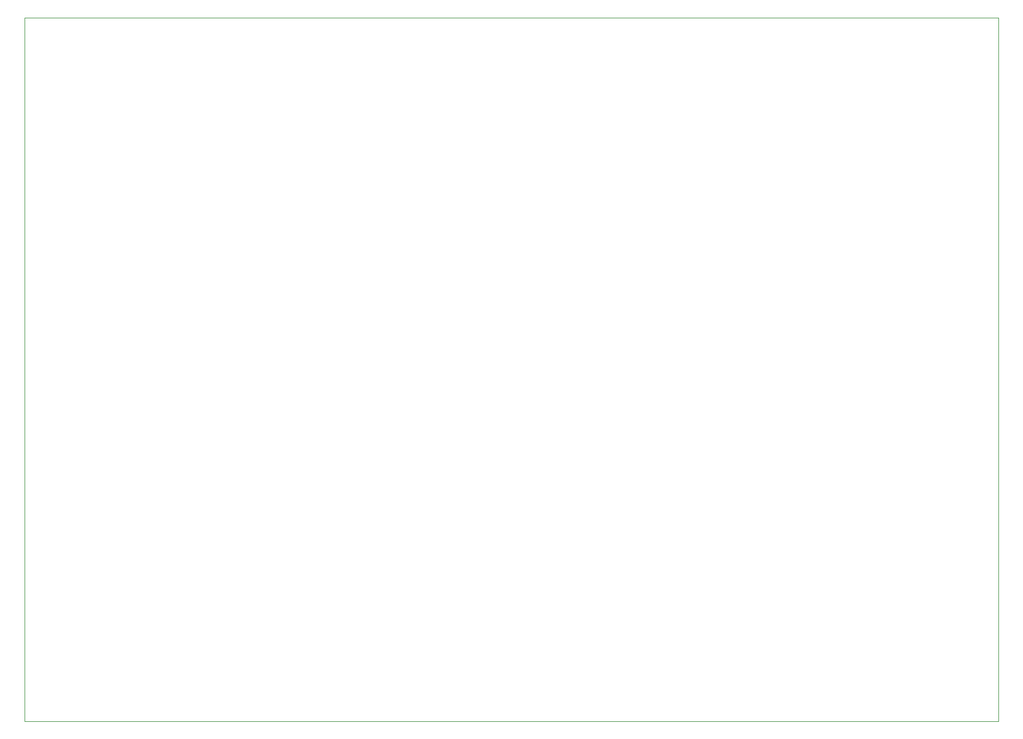
<source format=gko>
G04*
G04 #@! TF.GenerationSoftware,Altium Limited,Altium Designer,21.6.1 (37)*
G04*
G04 Layer_Color=16711935*
%FSAX24Y24*%
%MOIN*%
G70*
G04*
G04 #@! TF.SameCoordinates,F5C88182-2F8C-44A9-A90F-F64FCCDA4292*
G04*
G04*
G04 #@! TF.FilePolarity,Positive*
G04*
G01*
G75*
%ADD95C,0.0020*%
G54D95*
X003250Y044000D02*
X060050Y044000D01*
X060050Y003000D02*
X060050Y044000D01*
X003250Y003000D02*
X060050D01*
X003250D02*
Y044000D01*
M02*

</source>
